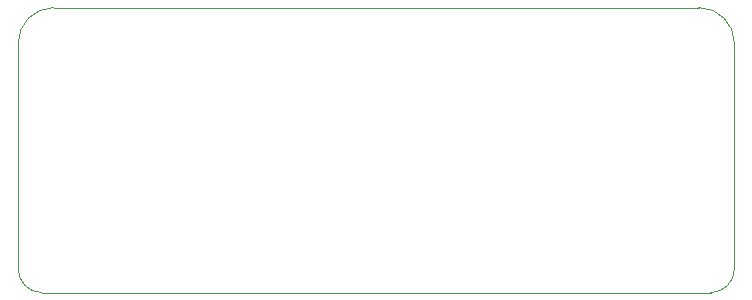
<source format=gbr>
%TF.GenerationSoftware,KiCad,Pcbnew,8.0.7*%
%TF.CreationDate,2024-12-31T00:41:57+01:00*%
%TF.ProjectId,BeDECT,42654445-4354-42e6-9b69-6361645f7063,rev?*%
%TF.SameCoordinates,Original*%
%TF.FileFunction,Profile,NP*%
%FSLAX46Y46*%
G04 Gerber Fmt 4.6, Leading zero omitted, Abs format (unit mm)*
G04 Created by KiCad (PCBNEW 8.0.7) date 2024-12-31 00:41:57*
%MOMM*%
%LPD*%
G01*
G04 APERTURE LIST*
%TA.AperFunction,Profile*%
%ADD10C,0.050000*%
%TD*%
G04 APERTURE END LIST*
D10*
X119683050Y-74500000D02*
X174316950Y-74500000D01*
X175316950Y-98630000D02*
X118683050Y-98630000D01*
X177316950Y-96630000D02*
G75*
G02*
X175316950Y-98629950I-1999950J0D01*
G01*
X116683050Y-77500000D02*
G75*
G02*
X119683050Y-74499950I3000050J0D01*
G01*
X116683050Y-96630000D02*
X116683050Y-77500000D01*
X177316950Y-77500000D02*
X177316950Y-96630000D01*
X174316950Y-74500000D02*
G75*
G02*
X177316900Y-77500000I-50J-3000000D01*
G01*
X118683050Y-98630000D02*
G75*
G02*
X116683000Y-96630000I-50J2000000D01*
G01*
M02*

</source>
